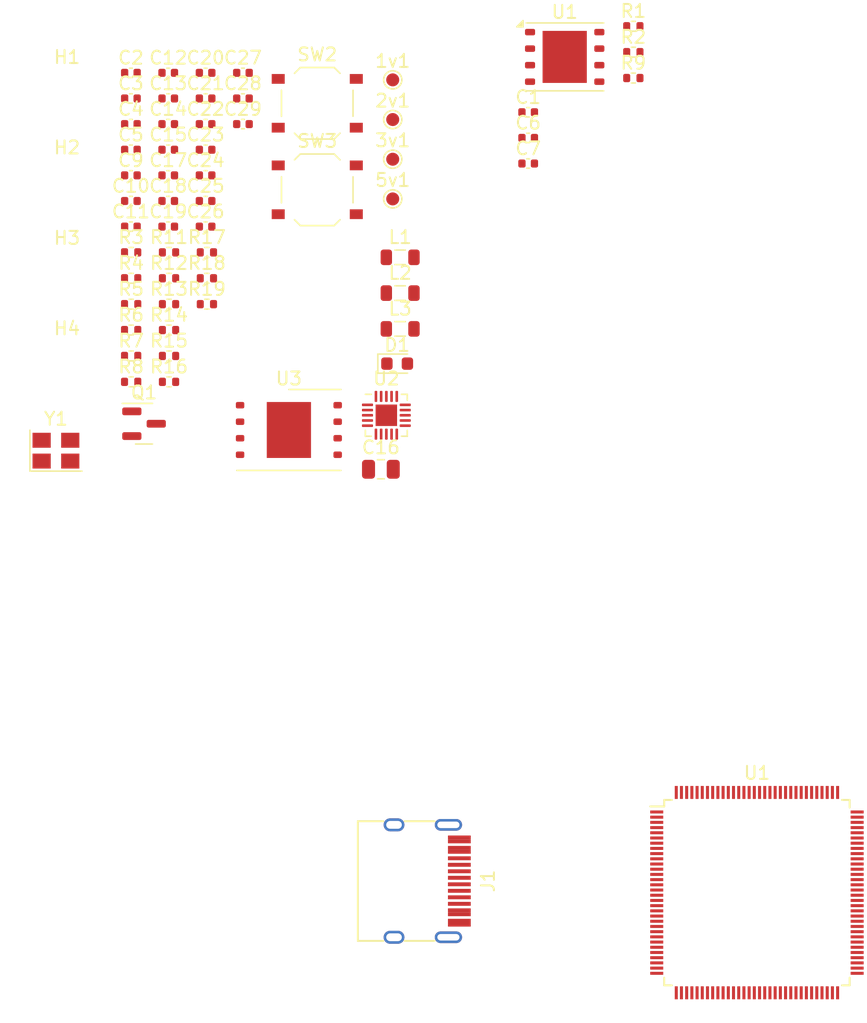
<source format=kicad_pcb>
(kicad_pcb (version 20240108) (generator "pcbnew") (generator_version "8.0")
  (layers (0 "F.Cu" signal) (31 "B.Cu" signal) (34 "B.Paste" user) (35 "F.Paste" user) (36 "B.SilkS" user "B.Silkscreen") (37 "F.SilkS" user "F.Silkscreen") (38 "B.Mask" user) (39 "F.Mask" user) (44 "Edge.Cuts" user))
  (net 0 "")
  (net 1 "+1V1")
  (net 2 "+2V5")
  (net 3 "+3V3")
  (net 4 "+5V")
  (net 5 "GND")
  (net 6 "Net-(C12-Pad1)")
  (net 7 "Net-(U2-FB1)")
  (net 8 "Net-(C10-Pad1)")
  (net 9 "Net-(U2-FB2)")
  (net 10 "Net-(C11-Pad1)")
  (net 11 "Net-(U2-FB3)")
  (net 12 "Net-(U3A-X32KIN)")
  (net 13 "Net-(U3A-X32KOUT)")
  (net 14 "Net-(D1-K)")
  (net 15 "Net-(J1-CC1)")
  (net 16 "Net-(U2-EN3)")
  (net 17 "Net-(U3A-DXIN)")
  (net 18 "Net-(J1-CC2)")
  (net 19 "Net-(U2-LX1)")
  (net 20 "Net-(U2-LX2)")
  (net 21 "Net-(U2-LX3)")
  (net 22 "/LED")
  (net 23 "Net-(Q1-C)")
  (net 24 "Net-(U3-~{CS})")
  (net 25 "Net-(U3A-DXOUT)")
  (net 26 "/SPI_MOSI")
  (net 27 "/SPI_MISO")
  (net 28 "/SPI_MCLK")
  (net 157 "Net-(J1-D--PadA7)")
  (net 158 "Net-(U3A-USB1-DP)")
  (net 159 "Net-(U1-~{CS})")
  (net 160 "/RESET")
  (footprint "Capacitor_SMD:C_0805_2012Metric" (layer "F.Cu") (at 70.09 77.07)
    (property "Reference" "C16" (at 0 -1.68 0) (layer "F.SilkS"))
    (property "Value" "22uF")
    (pad "1" smd roundrect (at -0.95 0) (size 1 1.45) (layers "F.Cu" "F.Paste" "F.Mask") (net 3 "+3V3"))
    (pad "2" smd roundrect (at 0.95 0) (size 1 1.45) (layers "F.Cu" "F.Paste" "F.Mask") (net 5 "GND"))
  )
  (footprint "Package_SON:WSON-8-1EP_8x6mm_P1.27mm_EP3.4x4.3mm" (layer "F.Cu") (at 63.02 74.05)
    (property "Reference" "U3" (at 0 -3.95 0) (layer "F.SilkS"))
    (property "Value" "W25N01GVZEIG")
    (pad "1" smd roundrect (at -3.75 -1.905) (size 0.65 0.5) (layers "F.Cu" "F.Paste" "F.Mask") (net 24 "Net-(U3-~{CS})"))
    (pad "2" smd roundrect (at -3.75 -0.635) (size 0.65 0.5) (layers "F.Cu" "F.Paste" "F.Mask") (net 27 "/SPI_MISO"))
    (pad "3" smd roundrect (at -3.75 0.635) (size 0.65 0.5) (layers "F.Cu" "F.Paste" "F.Mask") (net 3 "+3V3"))
    (pad "4" smd roundrect (at -3.75 1.905) (size 0.65 0.5) (layers "F.Cu" "F.Paste" "F.Mask") (net 5 "GND"))
    (pad "5" smd roundrect (at 3.75 1.905) (size 0.65 0.5) (layers "F.Cu" "F.Paste" "F.Mask") (net 26 "/SPI_MOSI"))
    (pad "6" smd roundrect (at 3.75 0.635) (size 0.65 0.5) (layers "F.Cu" "F.Paste" "F.Mask") (net 28 "/SPI_MCLK"))
    (pad "7" smd roundrect (at 3.75 -0.635) (size 0.65 0.5) (layers "F.Cu" "F.Paste" "F.Mask") (net 3 "+3V3"))
    (pad "8" smd roundrect (at 3.75 -1.905) (size 0.65 0.5) (layers "F.Cu" "F.Paste" "F.Mask") (net 3 "+3V3"))
    (pad "9" smd rect (at 0 0) (size 3.4 4.3) (layers "F.Cu" "F.Mask") (net 5 "GND"))
  )
  (footprint "Capacitor_SMD:C_0402_1005Metric" (layer "F.Cu") (at 81.41 51.6)
    (property "Reference" "C6" (at 0 -1.16 0) (layer "F.SilkS"))
    (property "Value" "33pF")
    (pad "1" smd roundrect (at -0.48 0) (size 0.56 0.62) (layers "F.Cu" "F.Paste" "F.Mask") (net 13 "Net-(U3A-X32KOUT)"))
    (pad "2" smd roundrect (at 0.48 0) (size 0.56 0.62) (layers "F.Cu" "F.Paste" "F.Mask") (net 5 "GND"))
  )
  (footprint "Crystal:Crystal_SMD_SeikoEpson_TSX3225-4Pin_3.2x2.5mm" (layer "F.Cu") (at 45.12 75.64)
    (property "Reference" "Y1" (at 0 -2.45 0) (layer "F.SilkS"))
    (property "Value" "24MHz")
    (pad "1" smd rect (at -1.1 0.8) (size 1.4 1.15) (layers "F.Cu" "F.Paste" "F.Mask") (net 25 "Net-(U3A-DXOUT)"))
    (pad "2" smd rect (at 1.1 0.8) (size 1.4 1.15) (layers "F.Cu" "F.Paste" "F.Mask"))
    (pad "3" smd rect (at 1.1 -0.8) (size 1.4 1.15) (layers "F.Cu" "F.Paste" "F.Mask") (net 17 "Net-(U3A-DXIN)"))
    (pad "4" smd rect (at -1.1 -0.8) (size 1.4 1.15) (layers "F.Cu" "F.Paste" "F.Mask") (net 5 "GND"))
  )
  (footprint "Resistor_SMD:R_0402_1005Metric" (layer "F.Cu") (at 53.81 68.36)
    (property "Reference" "R15" (at 0 -1.17 0) (layer "F.SilkS"))
    (property "Value" "330")
    (pad "1" smd roundrect (at -0.51 0) (size 0.54 0.64) (layers "F.Cu" "F.Paste" "F.Mask") (net 23 "Net-(Q1-C)"))
    (pad "2" smd roundrect (at 0.51 0) (size 0.54 0.64) (layers "F.Cu" "F.Paste" "F.Mask") (net 14 "Net-(D1-K)"))
  )
  (footprint "Resistor_SMD:R_0402_1005Metric" (layer "F.Cu") (at 89.49 45.01)
    (property "Reference" "R2" (at 0 -1.17 0) (layer "F.SilkS"))
    (property "Value" "100k")
    (pad "1" smd roundrect (at -0.51 0) (size 0.54 0.64) (layers "F.Cu" "F.Paste" "F.Mask") (net 16 "Net-(U2-EN3)"))
    (pad "2" smd roundrect (at 0.51 0) (size 0.54 0.64) (layers "F.Cu" "F.Paste" "F.Mask") (net 3 "+3V3"))
  )
  (footprint "Resistor_SMD:R_0402_1005Metric" (layer "F.Cu") (at 56.72 62.39)
    (property "Reference" "R18" (at 0 -1.17 0) (layer "F.SilkS"))
    (property "Value" "10k")
    (pad "1" smd roundrect (at -0.51 0) (size 0.54 0.64) (layers "F.Cu" "F.Paste" "F.Mask") (net 18 "Net-(J1-CC2)"))
    (pad "2" smd roundrect (at 0.51 0) (size 0.54 0.64) (layers "F.Cu" "F.Paste" "F.Mask") (net 5 "GND"))
  )
  (footprint "Package_DFN_QFN:QFN-20-1EP_3x3mm_P0.4mm_EP1.65x1.65mm" (layer "F.Cu") (at 70.51 72.92)
    (property "Reference" "U2" (at 0 -2.82 0) (layer "F.SilkS"))
    (property "Value" "EA3036")
    (pad "1" smd roundrect (at -1.45 -0.8) (size 0.85 0.2) (layers "F.Cu" "F.Paste" "F.Mask") (net 5 "GND"))
    (pad "2" smd roundrect (at -1.45 -0.4) (size 0.85 0.2) (layers "F.Cu" "F.Paste" "F.Mask") (net 11 "Net-(U2-FB3)"))
    (pad "3" smd roundrect (at -1.45 0) (size 0.85 0.2) (layers "F.Cu" "F.Paste" "F.Mask") (net 9 "Net-(U2-FB2)"))
    (pad "4" smd roundrect (at -1.45 0.4) (size 0.85 0.2) (layers "F.Cu" "F.Paste" "F.Mask") (net 5 "GND"))
    (pad "5" smd roundrect (at -1.45 0.8) (size 0.85 0.2) (layers "F.Cu" "F.Paste" "F.Mask") (net 5 "GND"))
    (pad "6" smd roundrect (at -0.8 1.45) (size 0.2 0.85) (layers "F.Cu" "F.Paste" "F.Mask") (net 20 "Net-(U2-LX2)"))
    (pad "7" smd roundrect (at -0.4 1.45) (size 0.2 0.85) (layers "F.Cu" "F.Paste" "F.Mask") (net 4 "+5V"))
    (pad "8" smd roundrect (at 0 1.45) (size 0.2 0.85) (layers "F.Cu" "F.Paste" "F.Mask") (net 4 "+5V"))
    (pad "9" smd roundrect (at 0.4 1.45) (size 0.2 0.85) (layers "F.Cu" "F.Paste" "F.Mask") (net 4 "+5V"))
    (pad "10" smd roundrect (at 0.8 1.45) (size 0.2 0.85) (layers "F.Cu" "F.Paste" "F.Mask") (net 4 "+5V"))
    (pad "11" smd roundrect (at 1.45 0.8) (size 0.85 0.2) (layers "F.Cu" "F.Paste" "F.Mask") (net 19 "Net-(U2-LX1)"))
    (pad "12" smd roundrect (at 1.45 0.4) (size 0.85 0.2) (layers "F.Cu" "F.Paste" "F.Mask") (net 5 "GND"))
    (pad "13" smd roundrect (at 1.45 0) (size 0.85 0.2) (layers "F.Cu" "F.Paste" "F.Mask") (net 5 "GND"))
    (pad "14" smd roundrect (at 1.45 -0.4) (size 0.85 0.2) (layers "F.Cu" "F.Paste" "F.Mask") (net 7 "Net-(U2-FB1)"))
    (pad "15" smd roundrect (at 1.45 -0.8) (size 0.85 0.2) (layers "F.Cu" "F.Paste" "F.Mask") (net 5 "GND"))
    (pad "16" smd roundrect (at 0.8 -1.45) (size 0.2 0.85) (layers "F.Cu" "F.Paste" "F.Mask") (net 4 "+5V"))
    (pad "17" smd roundrect (at 0.4 -1.45) (size 0.2 0.85) (layers "F.Cu" "F.Paste" "F.Mask") (net 5 "GND"))
    (pad "18" smd roundrect (at 0 -1.45) (size 0.2 0.85) (layers "F.Cu" "F.Paste" "F.Mask") (net 16 "Net-(U2-EN3)"))
    (pad "19" smd roundrect (at -0.4 -1.45) (size 0.2 0.85) (layers "F.Cu" "F.Paste" "F.Mask") (net 4 "+5V"))
    (pad "20" smd roundrect (at -0.8 -1.45) (size 0.2 0.85) (layers "F.Cu" "F.Paste" "F.Mask") (net 21 "Net-(U2-LX3)"))
    (pad "21" smd rect (at 0 0) (size 1.65 1.65) (layers "F.Cu" "F.Mask") (net 5 "GND"))
  )
  (footprint "Resistor_SMD:R_0402_1005Metric" (layer "F.Cu") (at 56.72 60.4)
    (property "Reference" "R17" (at 0 -1.17 0) (layer "F.SilkS"))
    (property "Value" "10k")
    (pad "1" smd roundrect (at -0.51 0) (size 0.54 0.64) (layers "F.Cu" "F.Paste" "F.Mask") (net 15 "Net-(J1-CC1)"))
    (pad "2" smd roundrect (at 0.51 0) (size 0.54 0.64) (layers "F.Cu" "F.Paste" "F.Mask") (net 5 "GND"))
  )
  (footprint "Capacitor_SMD:C_0402_1005Metric" (layer "F.Cu") (at 53.75 50.54)
    (property "Reference" "C14" (at 0 -1.16 0) (layer "F.SilkS"))
    (property "Value" "10uF")
    (pad "1" smd roundrect (at -0.48 0) (size 0.56 0.62) (layers "F.Cu" "F.Paste" "F.Mask") (net 10 "Net-(C11-Pad1)"))
    (pad "2" smd roundrect (at 0.48 0) (size 0.56 0.62) (layers "F.Cu" "F.Paste" "F.Mask") (net 5 "GND"))
  )
  (footprint "LED_SMD:LED_0603_1608Metric" (layer "F.Cu") (at 71.34 68.95)
    (property "Reference" "D1" (at 0 -1.43 0) (layer "F.SilkS"))
    (property "Value" "LED")
    (pad "1" smd roundrect (at -0.7875 0) (size 0.875 0.95) (layers "F.Cu" "F.Paste" "F.Mask") (net 14 "Net-(D1-K)"))
    (pad "2" smd roundrect (at 0.7875 0) (size 0.875 0.95) (layers "F.Cu" "F.Paste" "F.Mask") (net 3 "+3V3"))
  )
  (footprint "Resistor_SMD:R_0402_1005Metric" (layer "F.Cu") (at 53.81 64.38)
    (property "Reference" "R13" (at 0 -1.17 0) (layer "F.SilkS"))
    (property "Value" "0R")
    (pad "1" smd roundrect (at -0.51 0) (size 0.54 0.64) (layers "F.Cu" "F.Paste" "F.Mask") (net 1 "+1V1"))
    (pad "2" smd roundrect (at 0.51 0) (size 0.54 0.64) (layers "F.Cu" "F.Paste" "F.Mask") (net 10 "Net-(C11-Pad1)"))
  )
  (footprint "Resistor_SMD:R_0402_1005Metric" (layer "F.Cu") (at 50.9 64.38)
    (property "Reference" "R5" (at 0 -1.17 0) (layer "F.SilkS"))
    (property "Value" "47k")
    (pad "1" smd roundrect (at -0.51 0) (size 0.54 0.64) (layers "F.Cu" "F.Paste" "F.Mask") (net 8 "Net-(C10-Pad1)"))
    (pad "2" smd roundrect (at 0.51 0) (size 0.54 0.64) (layers "F.Cu" "F.Paste" "F.Mask") (net 9 "Net-(U2-FB2)"))
  )
  (footprint "Capacitor_SMD:C_0402_1005Metric" (layer "F.Cu") (at 81.41 53.57)
    (property "Reference" "C7" (at 0 -1.16 0) (layer "F.SilkS"))
    (property "Value" "100nF")
    (pad "1" smd roundrect (at -0.48 0) (size 0.56 0.62) (layers "F.Cu" "F.Paste" "F.Mask") (net 16 "Net-(U2-EN3)"))
    (pad "2" smd roundrect (at 0.48 0) (size 0.56 0.62) (layers "F.Cu" "F.Paste" "F.Mask") (net 5 "GND"))
  )
  (footprint "Inductor_SMD:L_0805_2012Metric" (layer "F.Cu") (at 71.57 63.53)
    (property "Reference" "L2" (at 0 -1.55 0) (layer "F.SilkS"))
    (property "Value" "2.2uH")
    (pad "1" smd roundrect (at -1.0625 0) (size 0.875 1.2) (layers "F.Cu" "F.Paste" "F.Mask") (net 20 "Net-(U2-LX2)"))
    (pad "2" smd roundrect (at 1.0625 0) (size 0.875 1.2) (layers "F.Cu" "F.Paste" "F.Mask") (net 8 "Net-(C10-Pad1)"))
  )
  (footprint "Capacitor_SMD:C_0402_1005Metric" (layer "F.Cu") (at 59.49 46.6)
    (property "Reference" "C27" (at 0 -1.16 0) (layer "F.SilkS"))
    (property "Value" "100nF")
    (pad "1" smd roundrect (at -0.48 0) (size 0.56 0.62) (layers "F.Cu" "F.Paste" "F.Mask") (net 3 "+3V3"))
    (pad "2" smd roundrect (at 0.48 0) (size 0.56 0.62) (layers "F.Cu" "F.Paste" "F.Mask") (net 5 "GND"))
  )
  (footprint "Package_QFP:TQFP-128_14x14mm_P0.4mm" (layer "F.Cu") (at 98.9875 109.61)
    (property "Reference" "U1" (at 0 -9.2 0) (layer "F.SilkS"))
    (property "Value" "F1C100s")
    (pad "1" smd rect (at -7.7 -6.2) (size 1 0.23) (layers "F.Cu" "F.Paste" "F.Mask"))
    (pad "2" smd rect (at -7.7 -5.8) (size 1 0.23) (layers "F.Cu" "F.Paste" "F.Mask"))
    (pad "3" smd rect (at -7.7 -5.4) (size 1 0.23) (layers "F.Cu" "F.Paste" "F.Mask"))
    (pad "4" smd rect (at -7.7 -5) (size 1 0.23) (layers "F.Cu" "F.Paste" "F.Mask"))
    (pad "5" smd rect (at -7.7 -4.6) (size 1 0.23) (layers "F.Cu" "F.Paste" "F.Mask"))
    (pad "6" smd rect (at -7.7 -4.2) (size 1 0.23) (layers "F.Cu" "F.Paste" "F.Mask"))
    (pad "7" smd rect (at -7.7 -3.8) (size 1 0.23) (layers "F.Cu" "F.Paste" "F.Mask"))
    (pad "8" smd rect (at -7.7 -3.4) (size 1 0.23) (layers "F.Cu" "F.Paste" "F.Mask"))
    (pad "9" smd rect (at -7.7 -3) (size 1 0.23) (layers "F.Cu" "F.Paste" "F.Mask"))
    (pad "10" smd rect (at -7.7 -2.6) (size 1 0.23) (layers "F.Cu" "F.Paste" "F.Mask"))
    (pad "11" smd rect (at -7.7 -2.2) (size 1 0.23) (layers "F.Cu" "F.Paste" "F.Mask"))
    (pad "12" smd rect (at -7.7 -1.8) (size 1 0.23) (layers "F.Cu" "F.Paste" "F.Mask"))
    (pad "13" smd rect (at -7.7 -1.4) (size 1 0.23) (layers "F.Cu" "F.Paste" "F.Mask"))
    (pad "14" smd rect (at -7.7 -1) (size 1 0.23) (layers "F.Cu" "F.Paste" "F.Mask"))
    (pad "15" smd rect (at -7.7 -0.6) (size 1 0.23) (layers "F.Cu" "F.Paste" "F.Mask"))
    (pad "16" smd rect (at -7.7 -0.2) (size 1 0.23) (layers "F.Cu" "F.Paste" "F.Mask"))
    (pad "17" smd rect (at -7.7 0.2) (size 1 0.23) (layers "F.Cu" "F.Paste" "F.Mask"))
    (pad "18" smd rect (at -7.7 0.6) (size 1 0.23) (layers "F.Cu" "F.Paste" "F.Mask"))
    (pad "19" smd rect (at -7.7 1) (size 1 0.23) (layers "F.Cu" "F.Paste" "F.Mask"))
    (pad "20" smd rect (at -7.7 1.4) (size 1 0.23) (layers "F.Cu" "F.Paste" "F.Mask"))
    (pad "21" smd rect (at -7.7 1.8) (size 1 0.23) (layers "F.Cu" "F.Paste" "F.Mask"))
    (pad "22" smd rect (at -7.7 2.2) (size 1 0.23) (layers "F.Cu" "F.Paste" "F.Mask"))
    (pad "23" smd rect (at -7.7 2.6) (size 1 0.23) (layers "F.Cu" "F.Paste" "F.Mask"))
    (pad "24" smd rect (at -7.7 3) (size 1 0.23) (layers "F.Cu" "F.Paste" "F.Mask"))
    (pad "25" smd rect (at -7.7 3.4) (size 1 0.23) (layers "F.Cu" "F.Paste" "F.Mask"))
    (pad "26" smd rect (at -7.7 3.8) (size 1 0.23) (layers "F.Cu" "F.Paste" "F.Mask"))
    (pad "27" smd rect (at -7.7 4.2) (size 1 0.23) (layers "F.Cu" "F.Paste" "F.Mask"))
    (pad "28" smd rect (at -7.7 4.6) (size 1 0.23) (layers "F.Cu" "F.Paste" "F.Mask"))
    (pad "29" smd rect (at -7.7 5) (size 1 0.23) (layers "F.Cu" "F.Paste" "F.Mask"))
    (pad "30" smd rect (at -7.7 5.4) (size 1 0.23) (layers "F.Cu" "F.Paste" "F.Mask"))
    (pad "31" smd rect (at -7.7 5.8) (size 1 0.23) (layers "F.Cu" "F.Paste" "F.Mask"))
    (pad "32" smd rect (at -7.7 6.2) (size 1 0.23) (layers "F.Cu" "F.Paste" "F.Mask"))
    (pad "33" smd rect (at -6.2 7.7 90) (size 1 0.23) (layers "F.Cu" "F.Paste" "F.Mask"))
    (pad "34" smd rect (at -5.8 7.7 90) (size 1 0.23) (layers "F.Cu" "F.Paste" "F.Mask"))
    (pad "35" smd rect (at -5.4 7.7 90) (size 1 0.23) (layers "F.Cu" "F.Paste" "F.Mask"))
    (pad "36" smd rect (at -5 7.7 90) (size 1 0.23) (layers "F.Cu" "F.Paste" "F.Mask"))
    (pad "37" smd rect (at -4.6 7.7 90) (size 1 0.23) (layers "F.Cu" "F.Paste" "F.Mask"))
    (pad "38" smd rect (at -4.2 7.7 90) (size 1 0.23) (layers "F.Cu" "F.Paste" "F.Mask"))
    (pad "39" smd rect (at -3.8 7.7 90) (size 1 0.23) (layers "F.Cu" "F.Paste" "F.Mask"))
    (pad "40" smd rect (at -3.4 7.7 90) (size 1 0.23) (layers "F.Cu" "F.Paste" "F.Mask"))
    (pad "41" smd rect (at -3 7.7 90) (size 1 0.23) (layers "F.Cu" "F.Paste" "F.Mask"))
    (pad "42" smd rect (at -2.6 7.7 90) (size 1 0.23) (layers "F.Cu" "F.Paste" "F.Mask"))
    (pad "43" smd rect (at -2.2 7.7 90) (size 1 0.23) (layers "F.Cu" "F.Paste" "F.Mask"))
    (pad "44" smd rect (at -1.8 7.7 90) (size 1 0.23) (layers "F.Cu" "F.Paste" "F.Mask"))
    (pad "45" smd rect (at -1.4 7.7 90) (size 1 0.23) (layers "F.Cu" "F.Paste" "F.Mask"))
    (pad "46" smd rect (at -1 7.7 90) (size 1 0.23) (layers "F.Cu" "F.Paste" "F.Mask"))
    (pad "47" smd rect (at -0.6 7.7 90) (size 1 0.23) (layers "F.Cu" "F.Paste" "F.Mask"))
    (pad "48" smd rect (at -0.2 7.7 90) (size 1 0.23) (layers "F.Cu" "F.Paste" "F.Mask"))
    (pad "49" smd rect (at 0.2 7.7 90) (size 1 0.23) (layers "F.Cu" "F.Paste" "F.Mask"))
    (pad "50" smd rect (at 0.6 7.7 90) (size 1 0.23) (layers "F.Cu" "F.Paste" "F.Mask"))
    (pad "51" smd rect (at 1 7.7 90) (size 1 0.23) (layers "F.Cu" "F.Paste" "F.Mask"))
    (pad "52" smd rect (at 1.4 7.7 90) (size 1 0.23) (layers "F.Cu" "F.Paste" "F.Mask"))
    (pad "53" smd rect (at 1.8 7.7 90) (size 1 0.23) (layers "F.Cu" "F.Paste" "F.Mask"))
    (pad "54" smd rect (at 2.2 7.7 90) (size 1 0.23) (layers "F.Cu" "F.Paste" "F.Mask"))
    (pad "55" smd rect (at 2.6 7.7 90) (size 1 0.23) (layers "F.Cu" "F.Paste" "F.Mask"))
    (pad "56" smd rect (at 3 7.7 90) (size 1 0.23) (layers "F.Cu" "F.Paste" "F.Mask"))
    (pad "57" smd rect (at 3.4 7.7 90) (size 1 0.23) (layers "F.Cu" "F.Paste" "F.Mask"))
    (pad "58" smd rect (at 3.8 7.7 90) (size 1 0.23) (layers "F.Cu" "F.Paste" "F.Mask"))
    (pad "59" smd rect (at 4.2 7.7 90) (size 1 0.23) (layers "F.Cu" "F.Paste" "F.Mask"))
    (pad "60" smd rect (at 4.6 7.7 90) (size 1 0.23) (layers "F.Cu" "F.Paste" "F.Mask"))
    (pad "61" smd rect (at 5 7.7 90) (size 1 0.23) (layers "F.Cu" "F.Paste" "F.Mask"))
    (pad "62" smd rect (at 5.4 7.7 90) (size 1 0.23) (layers "F.Cu" "F.Paste" "F.Mask"))
    (pad "63" smd rect (at 5.8 7.7 90) (size 1 0.23) (layers "F.Cu" "F.Paste" "F.Mask"))
    (pad "64" smd rect (at 6.2 7.7 90) (size 1 0.23) (layers "F.Cu" "F.Paste" "F.Mask"))
    (pad "65" smd rect (at 7.7 6.2) (size 1 0.23) (layers "F.Cu" "F.Paste" "F.Mask"))
    (pad "66" smd rect (at 7.7 5.8) (size 1 0.23) (layers "F.Cu" "F.Paste" "F.Mask"))
    (pad "67" smd rect (at 7.7 5.4) (size 1 0.23) (layers "F.Cu" "F.Paste" "F.Mask"))
    (pad "68" smd rect (at 7.7 5) (size 1 0.23) (layers "F.Cu" "F.Paste" "F.Mask"))
    (pad "69" smd rect (at 7.7 4.6) (size 1 0.23) (layers "F.Cu" "F.Paste" "F.Mask"))
    (pad "70" smd rect (at 7.7 4.2) (size 1 0.23) (layers "F.Cu" "F.Paste" "F.Mask"))
    (pad "71" smd rect (at 7.7 3.8) (size 1 0.23) (layers "F.Cu" "F.Paste" "F.Mask"))
    (pad "72" smd rect (at 7.7 3.4) (size 1 0.23) (layers "F.Cu" "F.Paste" "F.Mask"))
    (pad "73" smd rect (at 7.7 3) (size 1 0.23) (layers "F.Cu" "F.Paste" "F.Mask"))
    (pad "74" smd rect (at 7.7 2.6) (size 1 0.23) (layers "F.Cu" "F.Paste" "F.Mask"))
    (pad "75" smd rect (at 7.7 2.2) (size 1 0.23) (layers "F.Cu" "F.Paste" "F.Mask"))
    (pad "76" smd rect (at 7.7 1.8) (size 1 0.23) (layers "F.Cu" "F.Paste" "F.Mask"))
    (pad "77" smd rect (at 7.7 1.4) (size 1 0.23) (layers "F.Cu" "F.Paste" "F.Mask"))
    (pad "78" smd rect (at 7.7 1) (size 1 0.23) (layers "F.Cu" "F.Paste" "F.Mask"))
    (pad "79" smd rect (at 7.7 0.6) (size 1 0.23) (layers "F.Cu" "F.Paste" "F.Mask"))
    (pad "80" smd rect (at 7.7 0.2) (size 1 0.23) (layers "F.Cu" "F.Paste" "F.Mask"))
    (pad "81" smd rect (at 7.7 -0.2) (size 1 0.23) (layers "F.Cu" "F.Paste" "F.Mask"))
    (pad "82" smd rect (at 7.7 -0.6) (size 1 0.23) (layers "F.Cu" "F.Paste" "F.Mask"))
    (pad "83" smd rect (at 7.7 -1) (size 1 0.23) (layers "F.Cu" "F.Paste" "F.Mask"))
    (pad "84" smd rect (at 7.7 -1.4) (size 1 0.23) (layers "F.Cu" "F.Paste" "F.Mask"))
    (pad "85" smd rect (at 7.7 -1.8) (size 1 0.23) (layers "F.Cu" "F.Paste" "F.Mask"))
    (pad "86" smd rect (at 7.7 -2.2) (size 1 0.23) (layers "F.Cu" "F.Paste" "F.Mask"))
    (pad "87" smd rect (at 7.7 -2.6) (size 1 0.23) (layers "F.Cu" "F.Paste" "F.Mask"))
    (pad "88" smd rect (at 7.7 -3) (size 1 0.23) (layers "F.Cu" "F.Paste" "F.Mask"))
    (pad "89" smd rect (at 7.7 -3.4) (size 1 0.23) (layers "F.Cu" "F.Paste" "F.Mask"))
    (pad "90" smd rect (at 7.7 -3.8) (size 1 0.23) (layers "F.Cu" "F.Paste" "F.Mask"))
    (pad "91" smd rect (at 7.7 -4.2) (size 1 0.23) (layers "F.Cu" "F.Paste" "F.Mask"))
    (pad "92" smd rect (at 7.7 -4.6) (size 1 0.23) (layers "F.Cu" "F.Paste" "F.Mask"))
    (pad "93" smd rect (at 7.7 -5) (size 1 0.23) (layers "F.Cu" "F.Paste" "F.Mask"))
    (pad "94" smd rect (at 7.7 -5.4) (size 1 0.23) (layers "F.Cu" "F.Paste" "F.Mask"))
    (pad "95" smd rect (at 7.7 -5.8) (size 1 0.23) (layers "F.Cu" "F.Paste" "F.Mask"))
    (pad "96" smd rect (at 7.7 -6.2) (size 1 0.23) (layers "F.Cu" "F.Paste" "F.Mask"))
    (pad "97" smd rect (at 6.2 -7.7 90) (size 1 0.23) (layers "F.Cu" "F.Paste" "F.Mask"))
    (pad "98" smd rect (at 5.8 -7.7 90) (size 1 0.23) (layers "F.Cu" "F.Paste" "F.Mask"))
    (pad "99" smd rect (at 5.4 -7.7 90) (size 1 0.23) (layers "F.Cu" "F.Paste" "F.Mask"))
    (pad "100" smd rect (at 5 -7.7 90) (size 1 0.23) (layers "F.Cu" "F.Paste" "F.Mask"))
    (pad "101" smd rect (at 4.6 -7.7 90) (size 1 0.23) (layers "F.Cu" "F.Paste" "F.Mask"))
    (pad "102" smd rect (at 4.2 -7.7 90) (size 1 0.23) (layers "F.Cu" "F.Paste" "F.Mask"))
    (pad "103" smd rect (at 3.8 -7.7 90) (size 1 0.23) (layers "F.Cu" "F.Paste" "F.Mask"))
    (pad "104" smd rect (at 3.4 -7.7 90) (size 1 0.23) (layers "F.Cu" "F.Paste" "F.Mask"))
    (pad "105" smd rect (at 3 -7.7 90) (size 1 0.23) (layers "F.Cu" "F.Paste" "F.Mask"))
    (pad "106" smd rect (at 2.6 -7.7 90) (size 1 0.23) (layers "F.Cu" "F.Paste" "F.Mask"))
    (pad "107" smd rect (at 2.2 -7.7 90) (size 1 0.23) (layers "F.Cu" "F.Paste" "F.Mask"))
    (pad "108" smd rect (at 1.8 -7.7 90) (size 1 0.23) (layers "F.Cu" "F.Paste" "F.Mask"))
    (pad "109" smd rect (at 1.4 -7.7 90) (size 1 0.23) (layers "F.Cu" "F.Paste" "F.Mask"))
    (pad "110" smd rect (at 1 -7.7 90) (size 1 0.23) (layers "F.Cu" "F.Paste" "F.Mask"))
    (pad "111" smd rect (at 0.6 -7.7 90) (size 1 0.23) (layers "F.Cu" "F.Paste" "F.Mask"))
    (pad "112" smd rect (at 0.2 -7.7 90) (size 1 0.23) (layers "F.Cu" "F.Paste" "F.Mask"))
    (pad "113" smd rect (at -0.2 -7.7 90) (size 1 0.23) (layers "F.Cu" "F.Paste" "F.Mask"))
    (pad "114" smd rect (at -0.6 -7.7 90) (size 1 0.23) (layers "F.Cu" "F.Paste" "F.Mask"))
    (pad "115" smd rect (at -1 -7.7 90) (size 1 0.23) (layers "F.Cu" "F.Paste" "F.Mask"))
    (pad "116" smd rect (at -1.4 -7.7 90) (size 1 0.23) (layers "F.Cu" "F.Paste" "F.Mask"))
    (pad "117" smd rect (at -1.8 -7.7 90) (size 1 0.23) (layers "F.Cu" "F.Paste" "F.Mask"))
    (pad "118" smd rect (at -2.2 -7.7 90) (size 1 0.23) (layers "F.Cu" "F.Paste" "F.Mask"))
    (pad "119" smd rect (at -2.6 -7.7 90) (size 1 0.23) (layers "F.Cu" "F.Paste" "F.Mask"))
    (pad "120" smd rect (at -3 -7.7 90) (size 1 0.23) (layers "F.Cu" "F.Paste" "F.Mask"))
    (pad "121" smd rect (at -3.4 -7.7 90) (size 1 0.23) (layers "F.Cu" "F.Paste" "F.Mask"))
    (pad "122" smd rect (at -3.8 -7.7 90) (size 1 0.23) (layers "F.Cu" "F.Paste" "F.Mask"))
    (pad "123" smd rect (at -4.2 -7.7 90) (size 1 0.23) (layers "F.Cu" "F.Paste" "F.Mask"))
    (pad "124" smd rect (at -4.6 -7.7 90) (size 1 0.23) (layers "F.Cu" "F.Paste" "F.Mask"))
    (pad "125" smd rect (at -5 -7.7 90) (size 1 0.23) (layers "F.Cu" "F.Paste" "F.Mask"))
    (pad "126" smd rect (at -5.4 -7.7 90) (size 1 0.23) (layers "F.Cu" "F.Paste" "F.Mask"))
    (pad "127" smd rect (at -5.8 -7.7 90) (size 1 0.23) (layers "F.Cu" "F.Paste" "F.Mask"))
    (pad "128" smd rect (at -6.2 -7.7 90) (size 1 0.23) (layers "F.Cu" "F.Paste" "F.Mask"))
  )
  (footprint "Resistor_SMD:R_0402_1005Metric" (layer "F.Cu") (at 50.9 60.4)
    (property "Reference" "R3" (at 0 -1.17 0) (layer "F.SilkS"))
    (property "Value" "68k")
    (pad "1" smd roundrect (at -0.51 0) (size 0.54 0.64) (layers "F.Cu" "F.Paste" "F.Mask") (net 6 "Net-(C12-Pad1)"))
    (pad "2" smd roundrect (at 0.51 0) (size 0.54 0.64) (layers "F.Cu" "F.Paste" "F.Mask") (net 7 "Net-(U2-FB1)"))
  )
  (footprint "TestPoint:TestPoint_Pad_D1.0mm" (layer "F.Cu") (at 71 53.24)
    (property "Reference" "3v1" (at 0 -1.448 0) (layer "F.SilkS"))
    (property "Value" "TP_3v3")
    (pad "1" smd circle (at 0 0) (size 1 1) (layers "F.Cu" "F.Mask") (net 3 "+3V3"))
  )
  (footprint "Resistor_SMD:R_0402_1005Metric" (layer "F.Cu") (at 89.49 47)
    (property "Reference" "R9" (at 0 -1.17 0) (layer "F.SilkS"))
    (property "Value" "150k")
    (pad "1" smd roundrect (at -0.51 0) (size 0.54 0.64) (layers "F.Cu" "F.Paste" "F.Mask") (net 16 "Net-(U2-EN3)"))
    (pad "2" smd roundrect (at 0.51 0) (size 0.54 0.64) (layers "F.Cu" "F.Paste" "F.Mask") (net 5 "GND"))
  )
  (footprint "Capacitor_SMD:C_0402_1005Metric" (layer "F.Cu") (at 50.88 56.45)
    (property "Reference" "C10" (at 0 -1.16 0) (layer "F.SilkS"))
    (property "Value" "100nF")
    (pad "1" smd roundrect (at -0.48 0) (size 0.56 0.62) (layers "F.Cu" "F.Paste" "F.Mask") (net 8 "Net-(C10-Pad1)"))
    (pad "2" smd roundrect (at 0.48 0) (size 0.56 0.62) (layers "F.Cu" "F.Paste" "F.Mask") (net 9 "Net-(U2-FB2)"))
  )
  (footprint "Inductor_SMD:L_0805_2012Metric" (layer "F.Cu") (at 71.57 66.28)
    (property "Reference" "L3" (at 0 -1.55 0) (layer "F.SilkS"))
    (property "Value" "2.2uH")
    (pad "1" smd roundrect (at -1.0625 0) (size 0.875 1.2) (layers "F.Cu" "F.Paste" "F.Mask") (net 21 "Net-(U2-LX3)"))
    (pad "2" smd roundrect (at 1.0625 0) (size 0.875 1.2) (layers "F.Cu" "F.Paste" "F.Mask") (net 10 "Net-(C11-Pad1)"))
  )
  (footprint "Resistor_SMD:R_0402_1005Metric" (layer "F.Cu") (at 89.49 43.02)
    (property "Reference" "R1" (at 0 -1.17 0) (layer "F.SilkS"))
    (property "Value" "640K")
    (pad "1" smd roundrect (at -0.51 0) (size 0.54 0.64) (layers "F.Cu" "F.Paste" "F.Mask") (net 12 "Net-(U3A-X32KIN)"))
    (pad "2" smd roundrect (at 0.51 0) (size 0.54 0.64) (layers "F.Cu" "F.Paste" "F.Mask") (net 13 "Net-(U3A-X32KOUT)"))
  )
  (footprint "Capacitor_SMD:C_0402_1005Metric" (layer "F.Cu") (at 53.75 52.51)
    (property "Reference" "C15" (at 0 -1.16 0) (layer "F.SilkS"))
    (property "Value" "10uF")
    (pad "1" smd roundrect (at -0.48 0) (size 0.56 0.62) (layers "F.Cu" "F.Paste" "F.Mask") (net 3 "+3V3"))
    (pad "2" smd roundrect (at 0.48 0) (size 0.56 0.62) (layers "F.Cu" "F.Paste" "F.Mask") (net 5 "GND"))
  )
  (footprint "Capacitor_SMD:C_0402_1005Metric" (layer "F.Cu") (at 59.49 50.54)
    (property "Reference" "C29" (at 0 -1.16 0) (layer "F.SilkS"))
    (property "Value" "33pF")
    (pad "1" smd roundrect (at -0.48 0) (size 0.56 0.62) (layers "F.Cu" "F.Paste" "F.Mask") (net 25 "Net-(U3A-DXOUT)"))
    (pad "2" smd roundrect (at 0.48 0) (size 0.56 0.62) (layers "F.Cu" "F.Paste" "F.Mask") (net 5 "GND"))
  )
  (footprint "Capacitor_SMD:C_0402_1005Metric" (layer "F.Cu") (at 50.88 54.48)
    (property "Reference" "C9" (at 0 -1.16 0) (layer "F.SilkS"))
    (property "Value" "100nF")
    (pad "1" smd roundrect (at -0.48 0) (size 0.56 0.62) (layers "F.Cu" "F.Paste" "F.Mask") (net 6 "Net-(C12-Pad1)"))
    (pad "2" smd roundrect (at 0.48 0) (size 0.56 0.62) (layers "F.Cu" "F.Paste" "F.Mask") (net 7 "Net-(U2-FB1)"))
  )
  (footprint "Resistor_SMD:R_0402_1005Metric" (layer "F.Cu") (at 50.9 70.35)
    (property "Reference" "R8" (at 0 -1.17 0) (layer "F.SilkS"))
    (property "Value" "15k")
    (pad "1" smd roundrect (at -0.51 0) (size 0.54 0.64) (layers "F.Cu" "F.Paste" "F.Mask") (net 11 "Net-(U2-FB3)"))
    (pad "2" smd roundrect (at 0.51 0) (size 0.54 0.64) (layers "F.Cu" "F.Paste" "F.Mask") (net 5 "GND"))
  )
  (footprint "Capacitor_SMD:C_0402_1005Metric" (layer "F.Cu") (at 50.88 58.42)
    (property "Reference" "C11" (at 0 -1.16 0) (layer "F.SilkS"))
    (property "Value" "100nF")
    (pad "1" smd roundrect (at -0.48 0) (size 0.56 0.62) (layers "F.Cu" "F.Paste" "F.Mask") (net 10 "Net-(C11-Pad1)"))
    (pad "2" smd roundrect (at 0.48 0) (size 0.56 0.62) (layers "F.Cu" "F.Paste" "F.Mask") (net 11 "Net-(U2-FB3)"))
  )
  (footprint "Capacitor_SMD:C_0402_1005Metric" (layer "F.Cu") (at 56.62 46.6)
    (property "Reference" "C20" (at 0 -1.16 0) (layer "F.SilkS"))
    (property "Value" "100nF")
    (pad "1" smd roundrect (at -0.48 0) (size 0.56 0.62) (layers "F.Cu" "F.Paste" "F.Mask") (net 2 "+2V5"))
    (pad "2" smd roundrect (at 0.48 0) (size 0.56 0.62) (layers "F.Cu" "F.Paste" "F.Mask") (net 5 "GND"))
  )
  (footprint "Resistor_SMD:R_0402_1005Metric" (layer "F.Cu") (at 53.81 62.39)
    (property "Reference" "R12" (at 0 -1.17 0) (layer "F.SilkS"))
    (property "Value" "0R")
    (pad "1" smd roundrect (at -0.51 0) (size 0.54 0.64) (layers "F.Cu" "F.Paste" "F.Mask") (net 6 "Net-(C12-Pad1)"))
    (pad "2" smd roundrect (at 0.51 0) (size 0.54 0.64) (layers "F.Cu" "F.Paste" "F.Mask") (net 3 "+3V3"))
  )
  (footprint "Capacitor_SMD:C_0402_1005Metric" (layer "F.Cu") (at 56.62 54.48)
    (property "Reference" "C24" (at 0 -1.16 0) (layer "F.SilkS"))
    (property "Value" "100nF")
    (pad "1" smd roundrect (at -0.48 0) (size 0.56 0.62) (layers "F.Cu" "F.Paste" "F.Mask") (net 3 "+3V3"))
    (pad "2" smd roundrect (at 0.48 0) (size 0.56 0.62) (layers "F.Cu" "F.Paste" "F.Mask") (net 5 "GND"))
  )
  (footprint "Package_TO_SOT_SMD:SOT-23" (layer "F.Cu") (at 51.89 73.57)
    (property "Reference" "Q1" (at 0 -2.4 0) (layer "F.SilkS"))
    (property "Value" "MMBT3904")
    (pad "1" smd roundrect (at -0.9375 -0.95) (size 1.475 0.6) (layers "F.Cu" "F.Paste" "F.Mask") (net 22 "/LED"))
    (pad "2" smd roundrect (at -0.9375 0.95) (size 1.475 0.6) (layers "F.Cu" "F.Paste" "F.Mask") (net 5 "GND"))
    (pad "3" smd roundrect (at 0.9375 0) (size 1.475 0.6) (layers "F.Cu" "F.Paste" "F.Mask") (net 23 "Net-(Q1-C)"))
  )
  (footprint "Resistor_SMD:R_0402_1005Metric" (layer "F.Cu") (at 50.9 66.37)
    (property "Reference" "R6" (at 0 -1.17 0) (layer "F.SilkS"))
    (property "Value" "15k")
    (pad "1" smd roundrect (at -0.51 0) (size 0.54 0.64) (layers "F.Cu" "F.Paste" "F.Mask") (net 9 "Net-(U2-FB2)"))
    (pad "2" smd roundrect (at 0.51 0) (size 0.54 0.64) (layers "F.Cu" "F.Paste" "F.Mask") (net 5 "GND"))
  )
  (footprint "Button_Switch_SMD:SW_Push_1P1T_XKB_TS-1187A" (layer "F.Cu") (at 65.2 48.94)
    (property "Reference" "SW2" (at 0 -3.75 0) (layer "F.SilkS"))
    (property "Value" "SW_Push")
    (pad "1" smd rect (at -3 -1.875) (size 1 0.75) (layers "F.Cu" "F.Paste" "F.Mask") (net 26 "/SPI_MOSI"))
    (pad "1" smd rect (at 3 -1.875) (size 1 0.75) (layers "F.Cu" "F.Paste" "F.Mask") (net 26 "/SPI_MOSI"))
    (pad "2" smd rect (at -3 1.875) (size 1 0.75) (layers "F.Cu" "F.Paste" "F.Mask") (net 5 "GND"))
    (pad "2" smd rect (at 3 1.875) (size 1 0.75) (layers "F.Cu" "F.Paste" "F.Mask") (net 5 "GND"))
  )
  (footprint "TestPoint:TestPoint_Pad_D1.0mm" (layer "F.Cu") (at 71 50.19)
    (property "Reference" "2v1" (at 0 -1.448 0) (layer "F.SilkS"))
    (property "Value" "TP_2v5")
    (pad "1" smd circle (at 0 0) (size 1 1) (layers "F.Cu" "F.Mask") (net 2 "+2V5"))
  )
  (footprint "MountingHole:MountingHole_2.7mm_M2.5" (layer "F.Cu") (at 45.97 49.09)
    (property "Reference" "H1" (at 0 -3.7 0) (layer "F.SilkS"))
    (property "Value" "MountingHole")
    (pad "" np_thru_hole circle (at 0 0) (size 2.7 2.7) (drill 2.7) (layers "*.Cu" "*.Mask"))
  )
  (footprint "Capacitor_SMD:C_0402_1005Metric" (layer "F.Cu") (at 50.88 52.51)
    (property "Reference" "C5" (at 0 -1.16 0) (layer "F.SilkS"))
    (property "Value" "10uF")
    (pad "1" smd roundrect (at -0.48 0) (size 0.56 0.62) (layers "F.Cu" "F.Paste" "F.Mask") (net 4 "+5V"))
    (pad "2" smd roundrect (at 0.48 0) (size 0.56 0.62) (layers "F.Cu" "F.Paste" "F.Mask") (net 5 "GND"))
  )
  (footprint "Inductor_SMD:L_0805_2012Metric" (layer "F.Cu") (at 71.57 60.78)
    (property "Reference" "L1" (at 0 -1.55 0) (layer "F.SilkS"))
    (property "Value" "2.2uH")
    (pad "1" smd roundrect (at -1.0625 0) (size 0.875 1.2) (layers "F.Cu" "F.Paste" "F.Mask") (net 19 "Net-(U2-LX1)"))
    (pad "2" smd roundrect (at 1.0625 0) (size 0.875 1.2) (layers "F.Cu" "F.Paste" "F.Mask") (net 6 "Net-(C12-Pad1)"))
  )
  (footprint "Capacitor_SMD:C_0402_1005Metric" (layer "F.Cu") (at 56.62 52.51)
    (property "Reference" "C23" (at 0 -1.16 0) (layer "F.SilkS"))
    (property "Value" "2.2uF")
    (pad "1" smd roundrect (at -0.48 0) (size 0.56 0.62) (layers "F.Cu" "F.Paste" "F.Mask") (net 3 "+3V3"))
    (pad "2" smd roundrect (at 0.48 0) (size 0.56 0.62) (layers "F.Cu" "F.Paste" "F.Mask") (net 5 "GND"))
  )
  (footprint "Capacitor_SMD:C_0402_1005Metric" (layer "F.Cu") (at 53.75 58.42)
    (property "Reference" "C19" (at 0 -1.16 0) (layer "F.SilkS"))
    (property "Value" "100nF")
    (pad "1" smd roundrect (at -0.48 0) (size 0.56 0.62) (layers "F.Cu" "F.Paste" "F.Mask") (net 1 "+1V1"))
    (pad "2" smd roundrect (at 0.48 0) (size 0.56 0.62) (layers "F.Cu" "F.Paste" "F.Mask") (net 5 "GND"))
  )
  (footprint "Capacitor_SMD:C_0402_1005Metric" (layer "F.Cu") (at 53.75 46.6)
    (property "Reference" "C12" (at 0 -1.16 0) (layer "F.SilkS"))
    (property "Value" "10uF")
    (pad "1" smd roundrect (at -0.48 0) (size 0.56 0.62) (layers "F.Cu" "F.Paste" "F.Mask") (net 6 "Net-(C12-Pad1)"))
    (pad "2" smd roundrect (at 0.48 0) (size 0.56 0.62) (layers "F.Cu" "F.Paste" "F.Mask") (net 5 "GND"))
  )
  (footprint "TestPoint:TestPoint_Pad_D1.0mm" (layer "F.Cu") (at 71 47.14)
    (property "Reference" "1v1" (at 0 -1.448 0) (layer "F.SilkS"))
    (property "Value" "TP_1v1")
    (pad "1" smd circle (at 0 0) (size 1 1) (layers "F.Cu" "F.Mask") (net 1 "+1V1"))
  )
  (footprint "Resistor_SMD:R_0402_1005Metric" (layer "F.Cu") (at 53.81 60.4)
    (property "Reference" "R11" (at 0 -1.17 0) (layer "F.SilkS"))
    (property "Value" "0R")
    (pad "1" smd roundrect (at -0.51 0) (size 0.54 0.64) (layers "F.Cu" "F.Paste" "F.Mask") (net 8 "Net-(C10-Pad1)"))
    (pad "2" smd roundrect (at 0.51 0) (size 0.54 0.64) (layers "F.Cu" "F.Paste" "F.Mask") (net 2 "+2V5"))
  )
  (footprint "Resistor_SMD:R_0402_1005Metric" (layer "F.Cu") (at 53.81 70.35)
    (property "Reference" "R16" (at 0 -1.17 0) (layer "F.SilkS"))
    (property "Value" "10k")
    (pad "1" smd roundrect (at -0.51 0) (size 0.54 0.64) (layers "F.Cu" "F.Paste" "F.Mask") (net 3 "+3V3"))
    (pad "2" smd roundrect (at 0.51 0) (size 0.54 0.64) (layers "F.Cu" "F.Paste" "F.Mask") (net 159 "Net-(U1-~{CS})"))
  )
  (footprint "Capacitor_SMD:C_0402_1005Metric" (layer "F.Cu") (at 53.75 56.45)
    (property "Reference" "C18" (at 0 -1.16 0) (layer "F.SilkS"))
    (property "Value" "100nF")
    (pad "1" smd roundrect (at -0.48 0) (size 0.56 0.62) (layers "F.Cu" "F.Paste" "F.Mask") (net 1 "+1V1"))
    (pad "2" smd roundrect (at 0.48 0) (size 0.56 0.62) (layers "F.Cu" "F.Paste" "F.Mask") (net 5 "GND"))
  )
  (footprint "Resistor_SMD:R_0402_1005Metric" (layer "F.Cu") (at 50.9 68.36)
    (property "Reference" "R7" (at 0 -1.17 0) (layer "F.SilkS"))
    (property "Value" "12k")
    (pad "1" smd roundrect (at -0.51 0) (size 0.54 0.64) (layers "F.Cu" "F.Paste" "F.Mask") (net 10 "Net-(C11-Pad1)"))
    (pad "2" smd roundrect (at 0.51 0) (size 0.54 0.64) (layers "F.Cu" "F.Paste" "F.Mask") (net 11 "Net-(U2-FB3)"))
  )
  (footprint "Capacitor_SMD:C_0402_1005Metric" (layer "F.Cu") (at 50.88 46.6)
    (property "Reference" "C2" (at 0 -1.16 0) (layer "F.SilkS"))
    (property "Value" "10uF")
    (pad "1" smd roundrect (at -0.48 0) (size 0.56 0.62) (layers "F.Cu" "F.Paste" "F.Mask") (net 4 "+5V"))
    (pad "2" smd roundrect (at 0.48 0) (size 0.56 0.62) (layers "F.Cu" "F.Paste" "F.Mask") (net 5 "GND"))
  )
  (footprint "Connector_USB:USB_C_Receptacle_GT-USB-7010" (layer "F.Cu") (at 72.97 108.72 -90)
    (property "Reference" "J1" (at 0 -5.35 90) (layer "F.SilkS"))
    (property "Value" "USB_C_Receptacle_USB2.0")
    (pad "" np_thru_hole circle (at -2.89 -1.81 270) (size 0.65 0.65) (drill 0.65) (layers "*.Cu" "*.Mask"))
    (pad "" np_thru_hole circle (at 2.89 -1.81 270) (size 0.65 0.65) (drill 0.65) (layers "*.Cu" "*.Mask"))
    (pad "A1" smd rect (at -3.35 -3.15 270) (size 0.3 1.75) (layers "F.Cu" "F.Paste" "F.Mask") (net 5 "GND"))
    (pad "A4" smd rect (at -2.55 -3.15 270) (size 0.3 1.75) (layers "F.Cu" "F.Paste" "F.Mask") (net 4 "+5V"))
    (pad "A5" smd rect (at -1.25 -3.15 270) (size 0.3 1.75) (layers "F.Cu" "F.Paste" "F.Mask") (net 15 "Net-(J1-CC1)"))
    (pad "A6" smd rect (at -0.25 -3.15 270) (size 0.3 1.75) (layers "F.Cu" "F.Paste" "F.Mask") (net 158 "Net-(U3A-USB1-DP)"))
    (pad "A7" smd rect (at 0.25 -3.15 270) (size 0.3 1.75) (layers "F.Cu" "F.Paste" "F.Mask") (net 157 "Net-(J1-D--PadA7)"))
    (pad "A8" smd rect (at 1.25 -3.15 270) (size 0.3 1.75) (layers "F.Cu" "F.Paste" "F.Mask") (net 5 "GND"))
    (pad "A9" smd rect (at 2.55 -3.15 270) (size 0.3 1.75) (layers "F.Cu" "F.Paste" "F.Mask") (net 4 "+5V"))
    (pad "A12" smd rect (at 3.35 -3.15 270) (size 0.3 1.75) (layers "F.Cu" "F.Paste" "F.Mask") (net 5 "GND"))
    (pad "B1" smd rect (at 3.05 -3.15 270) (size 0.3 1.75) (layers "F.Cu" "F.Paste" "F.Mask") (net 5 "GND"))
    (pad "B4" smd rect (at 2.25 -3.15 270) (size 0.3 1.75) (layers "F.Cu" "F.Paste" "F.Mask") (net 4 "+5V"))
    (pad "B5" smd rect (at 1.75 -3.15 270) (size 0.3 1.75) (layers "F.Cu" "F.Paste" "F.Mask") (net 18 "Net-(J1-CC2)"))
    (pad "B6" smd rect (at 0.75 -3.15 270) (size 0.3 1.75) (layers "F.Cu" "F.Paste" "F.Mask") (net 158 "Net-(U3A-USB1-DP)"))
    (pad "B7" smd rect (at -0.75 -3.15 270) (size 0.3 1.75) (layers "F.Cu" "F.Paste" "F.Mask") (net 157 "Net-(J1-D--PadA7)"))
    (pad "B8" smd rect (at -1.75 -3.15 270) (size 0.3 1.75) (layers "F.Cu" "F.Paste" "F.Mask") (net 5 "GND"))
    (pad "B9" smd rect (at -2.25 -3.15 270) (size 0.3 1.75) (layers "F.Cu" "F.Paste" "F.Mask") (net 4 "+5V"))
    (pad "B12" smd rect (at -3.05 -3.15 270) (size 0.3 1.75) (layers "F.Cu" "F.Paste" "F.Mask") (net 5 "GND"))
    (pad "S1" thru_hole oval (at -4.32 -2.31 270) (size 0.9 2.1) (drill oval 0.5 1.7) (layers "*.Cu" "*.Mask") (net 5 "GND"))
    (pad "S1" thru_hole oval (at -4.32 1.87 270) (size 1 1.6) (drill oval 0.6 1.2) (layers "*.Cu" "*.Mask") (net 5 "GND"))
    (pad "S1" thru_hole oval (at 4.32 -2.31 270) (size 0.9 2.1) (drill oval 0.5 1.7) (layers "*.Cu" "*.Mask") (net 5 "GND"))
    (pad "S1" thru_hole oval (at 4.32 1.87 270) (size 1 1.6) (drill oval 0.6 1.2) (layers "*.Cu" "*.Mask") (net 5 "GND"))
  )
  (footprint "Package_SON:WSON-8-1EP_6x5mm_P1.27mm_EP3.4x4mm" (layer "F.Cu") (at 84.215 45.375)
    (property "Reference" "U1" (at 0 -3.45 0) (layer "F.SilkS"))
    (property "Value" "MX25R3235FZNxx0")
    (pad "1" smd roundrect (at -2.6625 -1.905) (size 0.775 0.5) (layers "F.Cu" "F.Paste" "F.Mask") (net 159 "Net-(U1-~{CS})"))
    (pad "2" smd roundrect (at -2.6625 -0.635) (size 0.775 0.5) (layers "F.Cu" "F.Paste" "F.Mask"))
    (pad "3" smd roundrect (at -2.6625 0.635) (size 0.775 0.5) (layers "F.Cu" "F.Paste" "F.Mask") (net 3 "+3V3"))
    (pad "4" smd roundrect (at -2.6625 1.905) (size 0.775 0.5) (layers "F.Cu" "F.Paste" "F.Mask") (net 5 "GND"))
    (pad "5" smd roundrect (at 2.6625 1.905) (size 0.775 0.5) (layers "F.Cu" "F.Paste" "F.Mask"))
    (pad "6" smd roundrect (at 2.6625 0.635) (size 0.775 0.5) (layers "F.Cu" "F.Paste" "F.Mask"))
    (pad "7" smd roundrect (at 2.6625 -0.635) (size 0.775 0.5) (layers "F.Cu" "F.Paste" "F.Mask") (net 3 "+3V3"))
    (pad "8" smd roundrect (at 2.6625 -1.905) (size 0.775 0.5) (layers "F.Cu" "F.Paste" "F.Mask") (net 3 "+3V3"))
    (pad "9" smd rect (at 0 0) (size 3.4 4) (property pad_prop_heatsink) (layers "F.Cu" "F.Mask") (net 5 "GND"))
  )
  (footprint "Capacitor_SMD:C_0402_1005Metric" (layer "F.Cu") (at 53.75 48.57)
    (property "Reference" "C13" (at 0 -1.16 0) (layer "F.SilkS"))
    (property "Value" "10uF")
    (pad "1" smd roundrect (at -0.48 0) (size 0.56 0.62) (layers "F.Cu" "F.Paste" "F.Mask") (net 8 "Net-(C10-Pad1)"))
    (pad "2" smd roundrect (at 0.48 0) (size 0.56 0.62) (layers "F.Cu" "F.Paste" "F.Mask") (net 5 "GND"))
  )
  (footprint "Capacitor_SMD:C_0402_1005Metric" (layer "F.Cu") (at 50.88 50.54)
    (property "Reference" "C4" (at 0 -1.16 0) (layer "F.SilkS"))
    (property "Value" "10uF")
    (pad "1" smd roundrect (at -0.48 0) (size 0.56 0.62) (layers "F.Cu" "F.Paste" "F.Mask") (net 4 "+5V"))
    (pad "2" smd roundrect (at 0.48 0) (size 0.56 0.62) (layers "F.Cu" "F.Paste" "F.Mask") (net 5 "GND"))
  )
  (footprint "Resistor_SMD:R_0402_1005Metric" (layer "F.Cu") (at 53.81 66.37)
    (property "Reference" "R14" (at 0 -1.17 0) (layer "F.SilkS"))
    (property "Value" "100k")
    (pad "1" smd roundrect (at -0.51 0) (size 0.54 0.64) (layers "F.Cu" "F.Paste" "F.Mask") (net 22 "/LED"))
    (pad "2" smd roundrect (at 0.51 0) (size 0.54 0.64) (layers "F.Cu" "F.Paste" "F.Mask") (net 3 "+3V3"))
  )
  (footprint "Capacitor_SMD:C_0402_1005Metric" (layer "F.Cu") (at 50.88 48.57)
    (property "Reference" "C3" (at 0 -1.16 0) (layer "F.SilkS"))
    (property "Value" "10uF")
    (pad "1" smd roundrect (at -0.48 0) (size 0.56 0.62) (layers "F.Cu" "F.Paste" "F.Mask") (net 4 "+5V"))
    (pad "2" smd roundrect (at 0.48 0) (size 0.56 0.62) (layers "F.Cu" "F.Paste" "F.Mask") (net 5 "GND"))
  )
  (footprint "Resistor_SMD:R_0402_1005Metric" (layer "F.Cu") (at 50.9 62.39)
    (property "Reference" "R4" (at 0 -1.17 0) (layer "F.SilkS"))
    (property "Value" "15k")
    (pad "1" smd roundrect (at -0.51 0) (size 0.54 0.64) (layers "F.Cu" "F.Paste" "F.Mask") (net 7 "Net-(U2-FB1)"))
    (pad "2" smd roundrect (at 0.51 0) (size 0.54 0.64) (layers "F.Cu" "F.Paste" "F.Mask") (net 5 "GND"))
  )
  (footprint "MountingHole:MountingHole_2.7mm_M2.5" (layer "F.Cu") (at 45.97 69.94)
    (property "Reference" "H4" (at 0 -3.7 0) (layer "F.SilkS"))
    (property "Value" "MountingHole")
    (pad "" np_thru_hole circle (at 0 0) (size 2.7 2.7) (drill 2.7) (layers "*.Cu" "*.Mask"))
  )
  (footprint "Capacitor_SMD:C_0402_1005Metric" (layer "F.Cu") (at 56.62 48.57)
    (property "Reference" "C21" (at 0 -1.16 0) (layer "F.SilkS"))
    (property "Value" "1uF")
    (pad "1" smd roundrect (at -0.48 0) (size 0.56 0.62) (layers "F.Cu" "F.Paste" "F.Mask") (net 2 "+2V5"))
    (pad "2" smd roundrect (at 0.48 0) (size 0.56 0.62) (layers "F.Cu" "F.Paste" "F.Mask") (net 5 "GND"))
  )
  (footprint "Resistor_SMD:R_0402_1005Metric" (layer "F.Cu") (at 56.72 64.38)
    (property "Reference" "R19" (at 0 -1.17 0) (layer "F.SilkS"))
    (property "Value" "10k")
    (pad "1" smd roundrect (at -0.51 0) (size 0.54 0.64) (layers "F.Cu" "F.Paste" "F.Mask") (net 3 "+3V3"))
    (pad "2" smd roundrect (at 0.51 0) (size 0.54 0.64) (layers "F.Cu" "F.Paste" "F.Mask") (net 160 "/RESET"))
  )
  (footprint "Capacitor_SMD:C_0402_1005Metric" (layer "F.Cu") (at 59.49 48.57)
    (property "Reference" "C28" (at 0 -1.16 0) (layer "F.SilkS"))
    (property "Value" "33pF")
    (pad "1" smd roundrect (at -0.48 0) (size 0.56 0.62) (layers "F.Cu" "F.Paste" "F.Mask") (net 17 "Net-(U3A-DXIN)"))
    (pad "2" smd roundrect (at 0.48 0) (size 0.56 0.62) (layers "F.Cu" "F.Paste" "F.Mask") (net 5 "GND"))
  )
  (footprint "Capacitor_SMD:C_0402_1005Metric" (layer "F.Cu") (at 53.75 54.48)
    (property "Reference" "C17" (at 0 -1.16 0) (layer "F.SilkS"))
    (property "Value" "100nF")
    (pad "1" smd roundrect (at -0.48 0) (size 0.56 0.62) (layers "F.Cu" "F.Paste" "F.Mask") (net 1 "+1V1"))
    (pad "2" smd roundrect (at 0.48 0) (size 0.56 0.62) (layers "F.Cu" "F.Paste" "F.Mask") (net 5 "GND"))
  )
  (footprint "Button_Switch_SMD:SW_Push_1P1T_XKB_TS-1187A" (layer "F.Cu") (at 65.2 55.59)
    (property "Reference" "SW3" (at 0 -3.75 0) (layer "F.SilkS"))
    (property "Value" "SW_Push")
    (pad "1" smd rect (at -3 -1.875) (size 1 0.75) (layers "F.Cu" "F.Paste" "F.Mask") (net 5 "GND"))
    (pad "1" smd rect (at 3 -1.875) (size 1 0.75) (layers "F.Cu" "F.Paste" "F.Mask") (net 5 "GND"))
    (pad "2" smd rect (at -3 1.875) (size 1 0.75) (layers "F.Cu" "F.Paste" "F.Mask") (net 160 "/RESET"))
    (pad "2" smd rect (at 3 1.875) (size 1 0.75) (layers "F.Cu" "F.Paste" "F.Mask") (net 160 "/RESET"))
  )
  (footprint "MountingHole:MountingHole_2.7mm_M2.5" (layer "F.Cu") (at 45.97 56.04)
    (property "Reference" "H2" (at 0 -3.7 0) (layer "F.SilkS"))
    (property "Value" "MountingHole")
    (pad "" np_thru_hole circle (at 0 0) (size 2.7 2.7) (drill 2.7) (layers "*.Cu" "*.Mask"))
  )
  (footprint "Capacitor_SMD:C_0402_1005Metric" (layer "F.Cu") (at 56.62 50.54)
    (property "Reference" "C22" (at 0 -1.16 0) (layer "F.SilkS"))
    (property "Value" "1uF")
    (pad "1" smd roundrect (at -0.48 0) (size 0.56 0.62) (layers "F.Cu" "F.Paste" "F.Mask") (net 2 "+2V5"))
    (pad "2" smd roundrect (at 0.48 0) (size 0.56 0.62) (layers "F.Cu" "F.Paste" "F.Mask") (net 5 "GND"))
  )
  (footprint "Capacitor_SMD:C_0402_1005Metric" (layer "F.Cu") (at 56.62 58.42)
    (property "Reference" "C26" (at 0 -1.16 0) (layer "F.SilkS"))
    (property "Value" "100nF")
    (pad "1" smd roundrect (at -0.48 0) (size 0.56 0.62) (layers "F.Cu" "F.Paste" "F.Mask") (net 3 "+3V3"))
    (pad "2" smd roundrect (at 0.48 0) (size 0.56 0.62) (layers "F.Cu" "F.Paste" "F.Mask") (net 5 "GND"))
  )
  (footprint "Capacitor_SMD:C_0402_1005Metric" (layer "F.Cu") (at 56.62 56.45)
    (property "Reference" "C25" (at 0 -1.16 0) (layer "F.SilkS"))
    (property "Value" "100nF")
    (pad "1" smd roundrect (at -0.48 0) (size 0.56 0.62) (layers "F.Cu" "F.Paste" "F.Mask") (net 3 "+3V3"))
    (pad "2" smd roundrect (at 0.48 0) (size 0.56 0.62) (layers "F.Cu" "F.Paste" "F.Mask") (net 5 "GND"))
  )
  (footprint "Capacitor_SMD:C_0402_1005Metric" (layer "F.Cu") (at 81.41 49.63)
    (property "Reference" "C1" (at 0 -1.16 0) (layer "F.SilkS"))
    (property "Value" "33pF")
    (pad "1" smd roundrect (at -0.48 0) (size 0.56 0.62) (layers "F.Cu" "F.Paste" "F.Mask") (net 12 "Net-(U3A-X32KIN)"))
    (pad "2" smd roundrect (at 0.48 0) (size 0.56 0.62) (layers "F.Cu" "F.Paste" "F.Mask") (net 5 "GND"))
  )
  (footprint "MountingHole:MountingHole_2.7mm_M2.5" (layer "F.Cu") (at 45.97 62.99)
    (property "Reference" "H3" (at 0 -3.7 0) (layer "F.SilkS"))
    (property "Value" "MountingHole")
    (pad "" np_thru_hole circle (at 0 0) (size 2.7 2.7) (drill 2.7) (layers "*.Cu" "*.Mask"))
  )
  (footprint "TestPoint:TestPoint_Pad_D1.0mm" (layer "F.Cu") (at 71 56.29)
    (property "Reference" "5v1" (at 0 -1.448 0) (layer "F.SilkS"))
    (property "Value" "TP_5v")
    (pad "1" smd circle (at 0 0) (size 1 1) (layers "F.Cu" "F.Mask") (net 4 "+5V"))
  )
)
</source>
